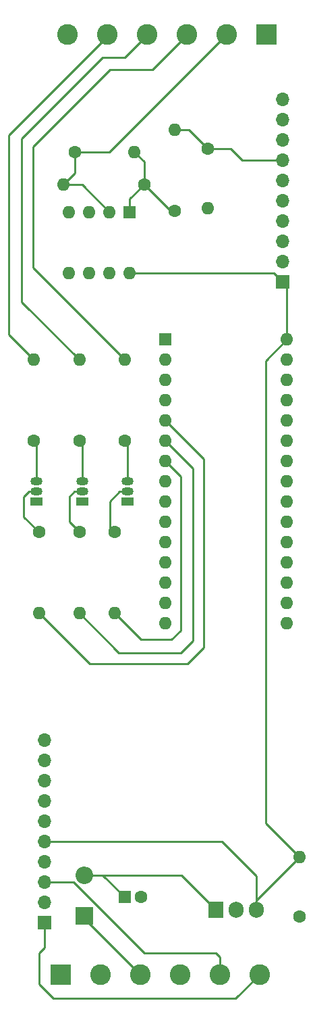
<source format=gbr>
%TF.GenerationSoftware,KiCad,Pcbnew,(6.0.5-0)*%
%TF.CreationDate,2022-08-16T12:13:12-04:00*%
%TF.ProjectId,Springer,53707269-6e67-4657-922e-6b696361645f,rev?*%
%TF.SameCoordinates,Original*%
%TF.FileFunction,Copper,L1,Top*%
%TF.FilePolarity,Positive*%
%FSLAX46Y46*%
G04 Gerber Fmt 4.6, Leading zero omitted, Abs format (unit mm)*
G04 Created by KiCad (PCBNEW (6.0.5-0)) date 2022-08-16 12:13:12*
%MOMM*%
%LPD*%
G01*
G04 APERTURE LIST*
%TA.AperFunction,ComponentPad*%
%ADD10R,1.600000X1.600000*%
%TD*%
%TA.AperFunction,ComponentPad*%
%ADD11O,1.600000X1.600000*%
%TD*%
%TA.AperFunction,ComponentPad*%
%ADD12R,1.700000X1.700000*%
%TD*%
%TA.AperFunction,ComponentPad*%
%ADD13O,1.700000X1.700000*%
%TD*%
%TA.AperFunction,ComponentPad*%
%ADD14R,1.905000X2.000000*%
%TD*%
%TA.AperFunction,ComponentPad*%
%ADD15O,1.905000X2.000000*%
%TD*%
%TA.AperFunction,ComponentPad*%
%ADD16C,1.600000*%
%TD*%
%TA.AperFunction,ComponentPad*%
%ADD17R,1.500000X1.050000*%
%TD*%
%TA.AperFunction,ComponentPad*%
%ADD18O,1.500000X1.050000*%
%TD*%
%TA.AperFunction,ComponentPad*%
%ADD19R,2.200000X2.200000*%
%TD*%
%TA.AperFunction,ComponentPad*%
%ADD20O,2.200000X2.200000*%
%TD*%
%TA.AperFunction,ComponentPad*%
%ADD21R,2.600000X2.600000*%
%TD*%
%TA.AperFunction,ComponentPad*%
%ADD22C,2.600000*%
%TD*%
%TA.AperFunction,Conductor*%
%ADD23C,0.250000*%
%TD*%
G04 APERTURE END LIST*
D10*
%TO.P,U3,1*%
%TO.N,Net-(C3-Pad2)*%
X45710000Y-75448000D03*
D11*
%TO.P,U3,2,-*%
%TO.N,Net-(J2-Pad2)*%
X43170000Y-75448000D03*
%TO.P,U3,3,+*%
%TO.N,GND*%
X40630000Y-75448000D03*
%TO.P,U3,4,V-*%
X38090000Y-75448000D03*
%TO.P,U3,5*%
%TO.N,N/C*%
X38090000Y-83068000D03*
%TO.P,U3,6*%
X40630000Y-83068000D03*
%TO.P,U3,7*%
X43170000Y-83068000D03*
%TO.P,U3,8,V+*%
%TO.N,/5V*%
X45710000Y-83068000D03*
%TD*%
D12*
%TO.P,J3,1,Pin_1*%
%TO.N,/Tx*%
X34985000Y-164465000D03*
D13*
%TO.P,J3,2,Pin_2*%
%TO.N,unconnected-(J3-Pad2)*%
X34985000Y-161925000D03*
%TO.P,J3,3,Pin_3*%
%TO.N,/Rx*%
X34985000Y-159385000D03*
%TO.P,J3,4,Pin_4*%
%TO.N,unconnected-(J3-Pad4)*%
X34985000Y-156845000D03*
%TO.P,J3,5,Pin_5*%
%TO.N,/5V*%
X34985000Y-154305000D03*
%TO.P,J3,6,Pin_6*%
%TO.N,GND*%
X34985000Y-151765000D03*
%TO.P,J3,7,Pin_7*%
%TO.N,Net-(A2-Pad1)*%
X34985000Y-149225000D03*
%TO.P,J3,8,Pin_8*%
%TO.N,unconnected-(J3-Pad8)*%
X34985000Y-146685000D03*
%TO.P,J3,9,Pin_9*%
%TO.N,Net-(A2-Pad2)*%
X34985000Y-144145000D03*
%TO.P,J3,10,Pin_10*%
%TO.N,unconnected-(J3-Pad10)*%
X34985000Y-141605000D03*
%TD*%
D14*
%TO.P,A1,1,VI*%
%TO.N,Net-(A1-Pad1)*%
X56515000Y-162870000D03*
D15*
%TO.P,A1,2,GND*%
%TO.N,GND*%
X59055000Y-162870000D03*
%TO.P,A1,3,VO*%
%TO.N,/5V*%
X61595000Y-162870000D03*
%TD*%
D16*
%TO.P,R1,1*%
%TO.N,Net-(Q1-Pad2)*%
X34290000Y-115570000D03*
D11*
%TO.P,R1,2*%
%TO.N,Net-(A2-Pad5)*%
X34290000Y-125730000D03*
%TD*%
D16*
%TO.P,R3,1*%
%TO.N,Net-(Q3-Pad2)*%
X43815000Y-115570000D03*
D11*
%TO.P,R3,2*%
%TO.N,Net-(A2-Pad7)*%
X43815000Y-125730000D03*
%TD*%
D16*
%TO.P,R7,1*%
%TO.N,Net-(C3-Pad2)*%
X47498000Y-72009000D03*
D11*
%TO.P,R7,2*%
%TO.N,Net-(J2-Pad2)*%
X37338000Y-72009000D03*
%TD*%
D16*
%TO.P,R8,1*%
%TO.N,Net-(C3-Pad2)*%
X51308000Y-75311000D03*
D11*
%TO.P,R8,2*%
%TO.N,Net-(C4-Pad1)*%
X51308000Y-65151000D03*
%TD*%
D16*
%TO.P,C3,1*%
%TO.N,Net-(J2-Pad2)*%
X38795000Y-67945000D03*
D11*
%TO.P,C3,2*%
%TO.N,Net-(C3-Pad2)*%
X46295000Y-67945000D03*
%TD*%
D10*
%TO.P,C1,1*%
%TO.N,Net-(A1-Pad1)*%
X45085000Y-161290000D03*
D16*
%TO.P,C1,2*%
%TO.N,GND*%
X47085000Y-161290000D03*
%TD*%
%TO.P,R6,1*%
%TO.N,Net-(Q3-Pad3)*%
X45085000Y-104140000D03*
D11*
%TO.P,R6,2*%
%TO.N,Net-(J2-Pad3)*%
X45085000Y-93980000D03*
%TD*%
D17*
%TO.P,Q1,1,E*%
%TO.N,GND*%
X34015000Y-111760000D03*
D18*
%TO.P,Q1,2,B*%
%TO.N,Net-(Q1-Pad2)*%
X34015000Y-110490000D03*
%TO.P,Q1,3,C*%
%TO.N,Net-(Q1-Pad3)*%
X34015000Y-109220000D03*
%TD*%
D16*
%TO.P,R5,1*%
%TO.N,Net-(Q2-Pad3)*%
X39370000Y-104140000D03*
D11*
%TO.P,R5,2*%
%TO.N,/LED1*%
X39370000Y-93980000D03*
%TD*%
D19*
%TO.P,D5,1,K*%
%TO.N,/Vin*%
X40005000Y-163612183D03*
D20*
%TO.P,D5,2,A*%
%TO.N,Net-(A1-Pad1)*%
X40005000Y-158532183D03*
%TD*%
D17*
%TO.P,Q3,1,E*%
%TO.N,GND*%
X45445000Y-111760000D03*
D18*
%TO.P,Q3,2,B*%
%TO.N,Net-(Q3-Pad2)*%
X45445000Y-110490000D03*
%TO.P,Q3,3,C*%
%TO.N,Net-(Q3-Pad3)*%
X45445000Y-109220000D03*
%TD*%
D17*
%TO.P,Q2,1,E*%
%TO.N,GND*%
X39730000Y-111760000D03*
D18*
%TO.P,Q2,2,B*%
%TO.N,Net-(Q2-Pad2)*%
X39730000Y-110490000D03*
%TO.P,Q2,3,C*%
%TO.N,Net-(Q2-Pad3)*%
X39730000Y-109220000D03*
%TD*%
D16*
%TO.P,R2,1*%
%TO.N,Net-(Q2-Pad2)*%
X39370000Y-115570000D03*
D11*
%TO.P,R2,2*%
%TO.N,Net-(A2-Pad6)*%
X39370000Y-125730000D03*
%TD*%
D16*
%TO.P,R4,1*%
%TO.N,Net-(Q1-Pad3)*%
X33655000Y-104140000D03*
D11*
%TO.P,R4,2*%
%TO.N,/LED0*%
X33655000Y-93980000D03*
%TD*%
D12*
%TO.P,J4,1,Pin_1*%
%TO.N,/5V*%
X64897000Y-84201000D03*
D13*
%TO.P,J4,2,Pin_2*%
%TO.N,GND*%
X64897000Y-81661000D03*
%TO.P,J4,3,Pin_3*%
%TO.N,Net-(A2-Pad24)*%
X64897000Y-79121000D03*
%TO.P,J4,4,Pin_4*%
%TO.N,Net-(A2-Pad23)*%
X64897000Y-76581000D03*
%TO.P,J4,5,Pin_5*%
%TO.N,GND*%
X64897000Y-74041000D03*
%TO.P,J4,6,Pin_6*%
%TO.N,unconnected-(J4-Pad6)*%
X64897000Y-71501000D03*
%TO.P,J4,7,Pin_7*%
%TO.N,Net-(C4-Pad1)*%
X64897000Y-68961000D03*
%TO.P,J4,8,Pin_8*%
%TO.N,unconnected-(J4-Pad8)*%
X64897000Y-66421000D03*
%TO.P,J4,9,Pin_9*%
%TO.N,unconnected-(J4-Pad9)*%
X64897000Y-63881000D03*
%TO.P,J4,10,Pin_10*%
%TO.N,unconnected-(J4-Pad10)*%
X64897000Y-61341000D03*
%TD*%
D16*
%TO.P,C2,1*%
%TO.N,GND*%
X67000000Y-163750000D03*
D11*
%TO.P,C2,2*%
%TO.N,/5V*%
X67000000Y-156250000D03*
%TD*%
D10*
%TO.P,A2,1,D1/TX*%
%TO.N,Net-(A2-Pad1)*%
X50165000Y-91440000D03*
D11*
%TO.P,A2,2,D0/RX*%
%TO.N,Net-(A2-Pad2)*%
X50165000Y-93980000D03*
%TO.P,A2,3,~{RESET}*%
%TO.N,unconnected-(A2-Pad3)*%
X50165000Y-96520000D03*
%TO.P,A2,4,GND*%
%TO.N,unconnected-(A2-Pad4)*%
X50165000Y-99060000D03*
%TO.P,A2,5,D2*%
%TO.N,Net-(A2-Pad5)*%
X50165000Y-101600000D03*
%TO.P,A2,6,D3*%
%TO.N,Net-(A2-Pad6)*%
X50165000Y-104140000D03*
%TO.P,A2,7,D4*%
%TO.N,Net-(A2-Pad7)*%
X50165000Y-106680000D03*
%TO.P,A2,8,D5*%
%TO.N,unconnected-(A2-Pad8)*%
X50165000Y-109220000D03*
%TO.P,A2,9,D6*%
%TO.N,unconnected-(A2-Pad9)*%
X50165000Y-111760000D03*
%TO.P,A2,10,D7*%
%TO.N,unconnected-(A2-Pad10)*%
X50165000Y-114300000D03*
%TO.P,A2,11,D8*%
%TO.N,unconnected-(A2-Pad11)*%
X50165000Y-116840000D03*
%TO.P,A2,12,D9*%
%TO.N,unconnected-(A2-Pad12)*%
X50165000Y-119380000D03*
%TO.P,A2,13,D10*%
%TO.N,unconnected-(A2-Pad13)*%
X50165000Y-121920000D03*
%TO.P,A2,14,D11*%
%TO.N,unconnected-(A2-Pad14)*%
X50165000Y-124460000D03*
%TO.P,A2,15,D12*%
%TO.N,unconnected-(A2-Pad15)*%
X50165000Y-127000000D03*
%TO.P,A2,16,D13*%
%TO.N,unconnected-(A2-Pad16)*%
X65405000Y-127000000D03*
%TO.P,A2,17,3V3*%
%TO.N,unconnected-(A2-Pad17)*%
X65405000Y-124460000D03*
%TO.P,A2,18,AREF*%
%TO.N,unconnected-(A2-Pad18)*%
X65405000Y-121920000D03*
%TO.P,A2,19,A0*%
%TO.N,unconnected-(A2-Pad19)*%
X65405000Y-119380000D03*
%TO.P,A2,20,A1*%
%TO.N,unconnected-(A2-Pad20)*%
X65405000Y-116840000D03*
%TO.P,A2,21,A2*%
%TO.N,unconnected-(A2-Pad21)*%
X65405000Y-114300000D03*
%TO.P,A2,22,A3*%
%TO.N,unconnected-(A2-Pad22)*%
X65405000Y-111760000D03*
%TO.P,A2,23,A4*%
%TO.N,Net-(A2-Pad23)*%
X65405000Y-109220000D03*
%TO.P,A2,24,A5*%
%TO.N,Net-(A2-Pad24)*%
X65405000Y-106680000D03*
%TO.P,A2,25,A6*%
%TO.N,unconnected-(A2-Pad25)*%
X65405000Y-104140000D03*
%TO.P,A2,26,A7*%
%TO.N,unconnected-(A2-Pad26)*%
X65405000Y-101600000D03*
%TO.P,A2,27,+5V*%
%TO.N,unconnected-(A2-Pad27)*%
X65405000Y-99060000D03*
%TO.P,A2,28,~{RESET}*%
%TO.N,unconnected-(A2-Pad28)*%
X65405000Y-96520000D03*
%TO.P,A2,29,GND*%
%TO.N,GND*%
X65405000Y-93980000D03*
%TO.P,A2,30,VIN*%
%TO.N,/5V*%
X65405000Y-91440000D03*
%TD*%
D21*
%TO.P,J1,1,Pin_1*%
%TO.N,unconnected-(J1-Pad1)*%
X37030000Y-170950000D03*
D22*
%TO.P,J1,2,Pin_2*%
%TO.N,GND*%
X42030000Y-170950000D03*
%TO.P,J1,3,Pin_3*%
%TO.N,/Vin*%
X47030000Y-170950000D03*
%TO.P,J1,4,Pin_4*%
%TO.N,GND*%
X52030000Y-170950000D03*
%TO.P,J1,5,Pin_5*%
%TO.N,/Rx*%
X57030000Y-170950000D03*
%TO.P,J1,6,Pin_6*%
%TO.N,/Tx*%
X62030000Y-170950000D03*
%TD*%
D16*
%TO.P,C4,1*%
%TO.N,Net-(C4-Pad1)*%
X55499000Y-67497000D03*
D11*
%TO.P,C4,2*%
%TO.N,GND*%
X55499000Y-74997000D03*
%TD*%
D21*
%TO.P,J2,1,Pin_1*%
%TO.N,GND*%
X62865000Y-53213000D03*
D22*
%TO.P,J2,2,Pin_2*%
%TO.N,Net-(J2-Pad2)*%
X57865000Y-53213000D03*
%TO.P,J2,3,Pin_3*%
%TO.N,Net-(J2-Pad3)*%
X52865000Y-53213000D03*
%TO.P,J2,4,Pin_4*%
%TO.N,/LED1*%
X47865000Y-53213000D03*
%TO.P,J2,5,Pin_5*%
%TO.N,/LED0*%
X42865000Y-53213000D03*
%TO.P,J2,6,Pin_6*%
%TO.N,/5V*%
X37865000Y-53213000D03*
%TD*%
D23*
%TO.N,/Vin*%
X40005000Y-163925000D02*
X40005000Y-163612183D01*
X47030000Y-170950000D02*
X40005000Y-163925000D01*
%TO.N,/Rx*%
X47516839Y-168275000D02*
X56515000Y-168275000D01*
X56515000Y-168275000D02*
X57030000Y-168790000D01*
X34985000Y-159385000D02*
X38626839Y-159385000D01*
X38626839Y-159385000D02*
X47516839Y-168275000D01*
X57030000Y-168790000D02*
X57030000Y-170950000D01*
%TO.N,/Tx*%
X34985000Y-167580000D02*
X34290000Y-168275000D01*
X34985000Y-164465000D02*
X34985000Y-167580000D01*
X34290000Y-172212000D02*
X36068000Y-173990000D01*
X34290000Y-168275000D02*
X34290000Y-172212000D01*
X36068000Y-173990000D02*
X58990000Y-173990000D01*
X58990000Y-173990000D02*
X62030000Y-170950000D01*
%TO.N,Net-(J2-Pad2)*%
X43133000Y-67945000D02*
X38795000Y-67945000D01*
X57865000Y-53213000D02*
X43133000Y-67945000D01*
X37338000Y-72009000D02*
X39731000Y-72009000D01*
X39731000Y-72009000D02*
X43170000Y-75448000D01*
X38795000Y-67945000D02*
X38795000Y-70552000D01*
X38795000Y-70552000D02*
X37338000Y-72009000D01*
%TO.N,Net-(J2-Pad3)*%
X33528000Y-67310000D02*
X33528000Y-82423000D01*
X48547000Y-57658000D02*
X43180000Y-57658000D01*
X43180000Y-57658000D02*
X33528000Y-67310000D01*
X52865000Y-53340000D02*
X48547000Y-57658000D01*
X33528000Y-82423000D02*
X45085000Y-93980000D01*
%TO.N,/LED1*%
X32131000Y-86741000D02*
X39370000Y-93980000D01*
X42291000Y-56134000D02*
X32131000Y-66294000D01*
X45071000Y-56134000D02*
X42291000Y-56134000D01*
X47865000Y-53340000D02*
X45071000Y-56134000D01*
X32131000Y-66294000D02*
X32131000Y-86741000D01*
%TO.N,/LED0*%
X30480000Y-65850217D02*
X42865000Y-53465217D01*
X33655000Y-93980000D02*
X30480000Y-90805000D01*
X42865000Y-53465217D02*
X42865000Y-53340000D01*
X30480000Y-90805000D02*
X30480000Y-65850217D01*
%TO.N,/5V*%
X61595000Y-162870000D02*
X61595000Y-158623000D01*
X65405000Y-91440000D02*
X65405000Y-84709000D01*
X61595000Y-161655000D02*
X67000000Y-156250000D01*
X62738000Y-151988000D02*
X62738000Y-94107000D01*
X57277000Y-154305000D02*
X34985000Y-154305000D01*
X63764000Y-83068000D02*
X45710000Y-83068000D01*
X61595000Y-158623000D02*
X57277000Y-154305000D01*
X62738000Y-94107000D02*
X65405000Y-91440000D01*
X67000000Y-156250000D02*
X62738000Y-151988000D01*
X64897000Y-84201000D02*
X63764000Y-83068000D01*
X65405000Y-84709000D02*
X64897000Y-84201000D01*
X61595000Y-162870000D02*
X61595000Y-161655000D01*
%TO.N,Net-(Q1-Pad2)*%
X32385000Y-111125000D02*
X33020000Y-110490000D01*
X34290000Y-115570000D02*
X32385000Y-113665000D01*
X32385000Y-113665000D02*
X32385000Y-111125000D01*
X33020000Y-110490000D02*
X34015000Y-110490000D01*
%TO.N,Net-(A2-Pad5)*%
X54991000Y-130048000D02*
X52959000Y-132080000D01*
X52959000Y-132080000D02*
X40640000Y-132080000D01*
X54991000Y-106426000D02*
X54991000Y-130048000D01*
X50165000Y-101600000D02*
X54991000Y-106426000D01*
X40640000Y-132080000D02*
X34290000Y-125730000D01*
%TO.N,Net-(Q2-Pad2)*%
X39370000Y-115570000D02*
X38100000Y-114300000D01*
X38730000Y-110490000D02*
X39730000Y-110490000D01*
X38100000Y-114300000D02*
X38100000Y-111120000D01*
X38100000Y-111120000D02*
X38730000Y-110490000D01*
%TO.N,Net-(A2-Pad6)*%
X53594000Y-107569000D02*
X53594000Y-129159000D01*
X53594000Y-129159000D02*
X52070000Y-130683000D01*
X52070000Y-130683000D02*
X44323000Y-130683000D01*
X44323000Y-130683000D02*
X39370000Y-125730000D01*
X50165000Y-104140000D02*
X53594000Y-107569000D01*
%TO.N,Net-(Q3-Pad2)*%
X43180000Y-111755000D02*
X44445000Y-110490000D01*
X44445000Y-110490000D02*
X45445000Y-110490000D01*
X43180000Y-114935000D02*
X43180000Y-111755000D01*
X43815000Y-115570000D02*
X43180000Y-114935000D01*
%TO.N,Net-(A2-Pad7)*%
X52070000Y-127888282D02*
X50926282Y-129032000D01*
X50926282Y-129032000D02*
X47117000Y-129032000D01*
X50165000Y-106680000D02*
X52070000Y-108585000D01*
X52070000Y-108585000D02*
X52070000Y-127888282D01*
X47117000Y-129032000D02*
X43815000Y-125730000D01*
%TO.N,Net-(Q1-Pad3)*%
X34015000Y-104500000D02*
X33655000Y-104140000D01*
X34015000Y-109220000D02*
X34015000Y-104500000D01*
%TO.N,Net-(Q2-Pad3)*%
X39730000Y-104500000D02*
X39370000Y-104140000D01*
X39730000Y-109220000D02*
X39730000Y-104500000D01*
%TO.N,Net-(Q3-Pad3)*%
X45445000Y-104500000D02*
X45085000Y-104140000D01*
X45445000Y-109220000D02*
X45445000Y-104500000D01*
%TO.N,Net-(C3-Pad2)*%
X47498000Y-72009000D02*
X47498000Y-69148000D01*
X47498000Y-72009000D02*
X50800000Y-75311000D01*
X47498000Y-69148000D02*
X46295000Y-67945000D01*
X45710000Y-75448000D02*
X45710000Y-73797000D01*
X45710000Y-73797000D02*
X47498000Y-72009000D01*
X50800000Y-75311000D02*
X51308000Y-75311000D01*
%TO.N,Net-(C4-Pad1)*%
X51308000Y-65151000D02*
X53153000Y-65151000D01*
X53153000Y-65151000D02*
X55499000Y-67497000D01*
X55499000Y-67497000D02*
X58353000Y-67497000D01*
X59817000Y-68961000D02*
X64897000Y-68961000D01*
X58353000Y-67497000D02*
X59817000Y-68961000D01*
%TO.N,Net-(A1-Pad1)*%
X42327183Y-158532183D02*
X45085000Y-161290000D01*
X40005000Y-158532183D02*
X42327183Y-158532183D01*
X56515000Y-162870000D02*
X52177183Y-158532183D01*
X52177183Y-158532183D02*
X40005000Y-158532183D01*
%TD*%
M02*

</source>
